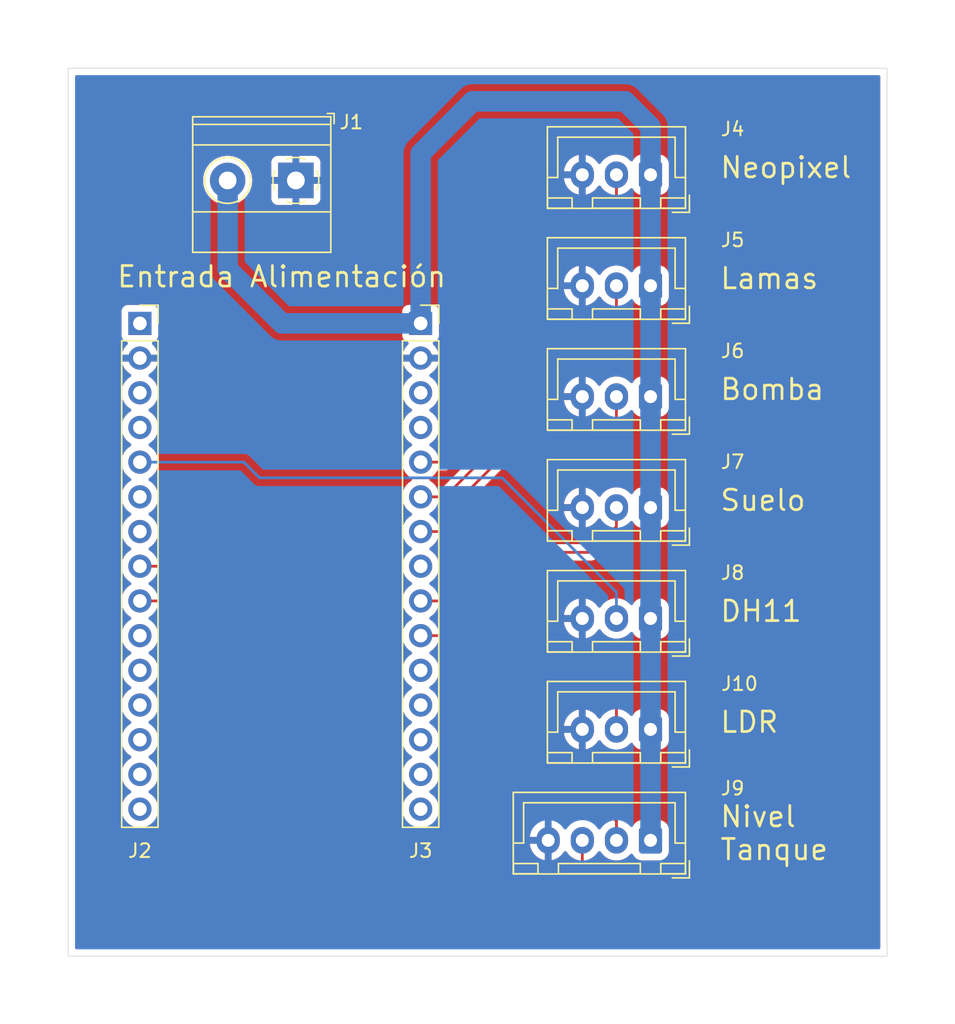
<source format=kicad_pcb>
(kicad_pcb (version 20240108) (generator "pcbnew") (generator_version "8.0")
  (title_block (title "Space Apps 2024") (date "2024-10-05") (rev "V0") (company "Hackerspace Valencia - HCH"))
  (layers (0 "F.Cu" signal) (31 "B.Cu" signal) (34 "B.Paste" user) (35 "F.Paste" user) (36 "B.SilkS" user "B.Silkscreen") (37 "F.SilkS" user "F.Silkscreen") (38 "B.Mask" user) (39 "F.Mask" user) (44 "Edge.Cuts" user))
  (net 0 "")
  (net 1 "+5V")
  (net 2 "GND")
  (net 3 "/D18")
  (net 4 "/D16")
  (net 5 "/D22")
  (net 6 "/D15")
  (net 7 "/D2")
  (net 8 "/TX0")
  (net 9 "/D5")
  (net 10 "+3.3V")
  (net 11 "/D4")
  (net 12 "/D19")
  (net 13 "/RX0")
  (net 14 "/D21")
  (net 15 "/D17")
  (net 16 "/D23")
  (net 17 "/D14")
  (net 18 "/VN")
  (net 19 "/D26")
  (net 20 "/D25")
  (net 21 "/D34")
  (net 22 "/D27")
  (net 23 "/D35")
  (net 24 "/D33")
  (net 25 "/VP")
  (net 26 "/D32")
  (net 27 "/D12")
  (net 28 "/EN")
  (net 29 "/D13")
  (footprint "Connector_JST:JST_XH_B3B-XH-A_1x03_P2.50mm_Vertical" (layer "F.Cu") (at 132.668 88.399 180)
    (property "Reference" "J10" (at -6.524 3.344 180) (layer "F.SilkS"))
    (property "Value" "LDR")
    (fp_line (start 7.56 3.51) (end 7.56 -2.46) (stroke (width 0.12)) (layer "F.SilkS"))
    (fp_line (start 7.56 -2.46) (end -2.56 -2.46) (stroke (width 0.12)) (layer "F.SilkS"))
    (fp_line (start 7.55 -0.2) (end 6.8 -0.2) (stroke (width 0.12)) (layer "F.SilkS"))
    (fp_line (start 7.55 -1.7) (end 7.55 -2.45) (stroke (width 0.12)) (layer "F.SilkS"))
    (fp_line (start 7.55 -2.45) (end 5.75 -2.45) (stroke (width 0.12)) (layer "F.SilkS"))
    (fp_line (start 6.8 2.75) (end 2.5 2.75) (stroke (width 0.12)) (layer "F.SilkS"))
    (fp_line (start 6.8 -0.2) (end 6.8 2.75) (stroke (width 0.12)) (layer "F.SilkS"))
    (fp_line (start 5.75 -1.7) (end 7.55 -1.7) (stroke (width 0.12)) (layer "F.SilkS"))
    (fp_line (start 5.75 -2.45) (end 5.75 -1.7) (stroke (width 0.12)) (layer "F.SilkS"))
    (fp_line (start 4.25 -1.7) (end 4.25 -2.45) (stroke (width 0.12)) (layer "F.SilkS"))
    (fp_line (start 4.25 -2.45) (end 0.75 -2.45) (stroke (width 0.12)) (layer "F.SilkS"))
    (fp_line (start 0.75 -1.7) (end 4.25 -1.7) (stroke (width 0.12)) (layer "F.SilkS"))
    (fp_line (start 0.75 -2.45) (end 0.75 -1.7) (stroke (width 0.12)) (layer "F.SilkS"))
    (fp_line (start -0.75 -1.7) (end -0.75 -2.45) (stroke (width 0.12)) (layer "F.SilkS"))
    (fp_line (start -0.75 -2.45) (end -2.55 -2.45) (stroke (width 0.12)) (layer "F.SilkS"))
    (fp_line (start -1.6 -2.75) (end -2.85 -2.75) (stroke (width 0.12)) (layer "F.SilkS"))
    (fp_line (start -1.8 2.75) (end 2.5 2.75) (stroke (width 0.12)) (layer "F.SilkS"))
    (fp_line (start -1.8 -0.2) (end -1.8 2.75) (stroke (width 0.12)) (layer "F.SilkS"))
    (fp_line (start -2.55 -0.2) (end -1.8 -0.2) (stroke (width 0.12)) (layer "F.SilkS"))
    (fp_line (start -2.55 -1.7) (end -0.75 -1.7) (stroke (width 0.12)) (layer "F.SilkS"))
    (fp_line (start -2.55 -2.45) (end -2.55 -1.7) (stroke (width 0.12)) (layer "F.SilkS"))
    (fp_line (start -2.56 3.51) (end 7.56 3.51) (stroke (width 0.12)) (layer "F.SilkS"))
    (fp_line (start -2.56 -2.46) (end -2.56 3.51) (stroke (width 0.12)) (layer "F.SilkS"))
    (fp_line (start -2.85 -2.75) (end -2.85 -1.5) (stroke (width 0.12)) (layer "F.SilkS"))
    (pad "1" thru_hole roundrect (at 0 0 180) (size 1.7 1.95) (drill 0.95) (layers "*.Cu" "*.Mask") (roundrect_rratio 0.147059) (net 1 "+5V"))
    (pad "2" thru_hole oval (at 2.5 0 180) (size 1.7 1.95) (drill 0.95) (layers "*.Cu" "*.Mask") (net 26 "/D32"))
    (pad "3" thru_hole oval (at 5 0 180) (size 1.7 1.95) (drill 0.95) (layers "*.Cu" "*.Mask") (net 2 "GND"))
  )
  (footprint "Connector_JST:JST_XH_B3B-XH-A_1x03_P2.50mm_Vertical" (layer "F.Cu") (at 132.668 64.036 180)
    (property "Reference" "J6" (at -6.016 3.344 180) (layer "F.SilkS"))
    (property "Value" "Bomba")
    (fp_line (start 7.56 3.51) (end 7.56 -2.46) (stroke (width 0.12)) (layer "F.SilkS"))
    (fp_line (start 7.56 -2.46) (end -2.56 -2.46) (stroke (width 0.12)) (layer "F.SilkS"))
    (fp_line (start 7.55 -0.2) (end 6.8 -0.2) (stroke (width 0.12)) (layer "F.SilkS"))
    (fp_line (start 7.55 -1.7) (end 7.55 -2.45) (stroke (width 0.12)) (layer "F.SilkS"))
    (fp_line (start 7.55 -2.45) (end 5.75 -2.45) (stroke (width 0.12)) (layer "F.SilkS"))
    (fp_line (start 6.8 2.75) (end 2.5 2.75) (stroke (width 0.12)) (layer "F.SilkS"))
    (fp_line (start 6.8 -0.2) (end 6.8 2.75) (stroke (width 0.12)) (layer "F.SilkS"))
    (fp_line (start 5.75 -1.7) (end 7.55 -1.7) (stroke (width 0.12)) (layer "F.SilkS"))
    (fp_line (start 5.75 -2.45) (end 5.75 -1.7) (stroke (width 0.12)) (layer "F.SilkS"))
    (fp_line (start 4.25 -1.7) (end 4.25 -2.45) (stroke (width 0.12)) (layer "F.SilkS"))
    (fp_line (start 4.25 -2.45) (end 0.75 -2.45) (stroke (width 0.12)) (layer "F.SilkS"))
    (fp_line (start 0.75 -1.7) (end 4.25 -1.7) (stroke (width 0.12)) (layer "F.SilkS"))
    (fp_line (start 0.75 -2.45) (end 0.75 -1.7) (stroke (width 0.12)) (layer "F.SilkS"))
    (fp_line (start -0.75 -1.7) (end -0.75 -2.45) (stroke (width 0.12)) (layer "F.SilkS"))
    (fp_line (start -0.75 -2.45) (end -2.55 -2.45) (stroke (width 0.12)) (layer "F.SilkS"))
    (fp_line (start -1.6 -2.75) (end -2.85 -2.75) (stroke (width 0.12)) (layer "F.SilkS"))
    (fp_line (start -1.8 2.75) (end 2.5 2.75) (stroke (width 0.12)) (layer "F.SilkS"))
    (fp_line (start -1.8 -0.2) (end -1.8 2.75) (stroke (width 0.12)) (layer "F.SilkS"))
    (fp_line (start -2.55 -0.2) (end -1.8 -0.2) (stroke (width 0.12)) (layer "F.SilkS"))
    (fp_line (start -2.55 -1.7) (end -0.75 -1.7) (stroke (width 0.12)) (layer "F.SilkS"))
    (fp_line (start -2.55 -2.45) (end -2.55 -1.7) (stroke (width 0.12)) (layer "F.SilkS"))
    (fp_line (start -2.56 3.51) (end 7.56 3.51) (stroke (width 0.12)) (layer "F.SilkS"))
    (fp_line (start -2.56 -2.46) (end -2.56 3.51) (stroke (width 0.12)) (layer "F.SilkS"))
    (fp_line (start -2.85 -2.75) (end -2.85 -1.5) (stroke (width 0.12)) (layer "F.SilkS"))
    (pad "1" thru_hole roundrect (at 0 0 180) (size 1.7 1.95) (drill 0.95) (layers "*.Cu" "*.Mask") (roundrect_rratio 0.147059) (net 1 "+5V"))
    (pad "2" thru_hole oval (at 2.5 0 180) (size 1.7 1.95) (drill 0.95) (layers "*.Cu" "*.Mask") (net 19 "/D26"))
    (pad "3" thru_hole oval (at 5 0 180) (size 1.7 1.95) (drill 0.95) (layers "*.Cu" "*.Mask") (net 2 "GND"))
  )
  (footprint "Connector_JST:JST_XH_B3B-XH-A_1x03_P2.50mm_Vertical" (layer "F.Cu") (at 132.668 72.157 180)
    (property "Reference" "J7" (at -6.016 3.344 180) (layer "F.SilkS"))
    (property "Value" "Suelo")
    (fp_line (start 7.56 3.51) (end 7.56 -2.46) (stroke (width 0.12)) (layer "F.SilkS"))
    (fp_line (start 7.56 -2.46) (end -2.56 -2.46) (stroke (width 0.12)) (layer "F.SilkS"))
    (fp_line (start 7.55 -0.2) (end 6.8 -0.2) (stroke (width 0.12)) (layer "F.SilkS"))
    (fp_line (start 7.55 -1.7) (end 7.55 -2.45) (stroke (width 0.12)) (layer "F.SilkS"))
    (fp_line (start 7.55 -2.45) (end 5.75 -2.45) (stroke (width 0.12)) (layer "F.SilkS"))
    (fp_line (start 6.8 2.75) (end 2.5 2.75) (stroke (width 0.12)) (layer "F.SilkS"))
    (fp_line (start 6.8 -0.2) (end 6.8 2.75) (stroke (width 0.12)) (layer "F.SilkS"))
    (fp_line (start 5.75 -1.7) (end 7.55 -1.7) (stroke (width 0.12)) (layer "F.SilkS"))
    (fp_line (start 5.75 -2.45) (end 5.75 -1.7) (stroke (width 0.12)) (layer "F.SilkS"))
    (fp_line (start 4.25 -1.7) (end 4.25 -2.45) (stroke (width 0.12)) (layer "F.SilkS"))
    (fp_line (start 4.25 -2.45) (end 0.75 -2.45) (stroke (width 0.12)) (layer "F.SilkS"))
    (fp_line (start 0.75 -1.7) (end 4.25 -1.7) (stroke (width 0.12)) (layer "F.SilkS"))
    (fp_line (start 0.75 -2.45) (end 0.75 -1.7) (stroke (width 0.12)) (layer "F.SilkS"))
    (fp_line (start -0.75 -1.7) (end -0.75 -2.45) (stroke (width 0.12)) (layer "F.SilkS"))
    (fp_line (start -0.75 -2.45) (end -2.55 -2.45) (stroke (width 0.12)) (layer "F.SilkS"))
    (fp_line (start -1.6 -2.75) (end -2.85 -2.75) (stroke (width 0.12)) (layer "F.SilkS"))
    (fp_line (start -1.8 2.75) (end 2.5 2.75) (stroke (width 0.12)) (layer "F.SilkS"))
    (fp_line (start -1.8 -0.2) (end -1.8 2.75) (stroke (width 0.12)) (layer "F.SilkS"))
    (fp_line (start -2.55 -0.2) (end -1.8 -0.2) (stroke (width 0.12)) (layer "F.SilkS"))
    (fp_line (start -2.55 -1.7) (end -0.75 -1.7) (stroke (width 0.12)) (layer "F.SilkS"))
    (fp_line (start -2.55 -2.45) (end -2.55 -1.7) (stroke (width 0.12)) (layer "F.SilkS"))
    (fp_line (start -2.56 3.51) (end 7.56 3.51) (stroke (width 0.12)) (layer "F.SilkS"))
    (fp_line (start -2.56 -2.46) (end -2.56 3.51) (stroke (width 0.12)) (layer "F.SilkS"))
    (fp_line (start -2.85 -2.75) (end -2.85 -1.5) (stroke (width 0.12)) (layer "F.SilkS"))
    (pad "1" thru_hole roundrect (at 0 0 180) (size 1.7 1.95) (drill 0.95) (layers "*.Cu" "*.Mask") (roundrect_rratio 0.147059) (net 1 "+5V"))
    (pad "2" thru_hole oval (at 2.5 0 180) (size 1.7 1.95) (drill 0.95) (layers "*.Cu" "*.Mask") (net 24 "/D33"))
    (pad "3" thru_hole oval (at 5 0 180) (size 1.7 1.95) (drill 0.95) (layers "*.Cu" "*.Mask") (net 2 "GND"))
  )
  (footprint "Connector_JST:JST_XH_B4B-XH-A_1x04_P2.50mm_Vertical" (layer "F.Cu") (at 132.668 96.52 180)
    (property "Reference" "J9" (at -6.016 3.81 180) (layer "F.SilkS"))
    (property "Value" "Bomba")
    (fp_line (start 10.06 3.51) (end 10.06 -2.46) (stroke (width 0.12)) (layer "F.SilkS"))
    (fp_line (start 10.06 -2.46) (end -2.56 -2.46) (stroke (width 0.12)) (layer "F.SilkS"))
    (fp_line (start 10.05 -0.2) (end 9.3 -0.2) (stroke (width 0.12)) (layer "F.SilkS"))
    (fp_line (start 10.05 -1.7) (end 10.05 -2.45) (stroke (width 0.12)) (layer "F.SilkS"))
    (fp_line (start 10.05 -2.45) (end 8.25 -2.45) (stroke (width 0.12)) (layer "F.SilkS"))
    (fp_line (start 9.3 2.75) (end 3.75 2.75) (stroke (width 0.12)) (layer "F.SilkS"))
    (fp_line (start 9.3 -0.2) (end 9.3 2.75) (stroke (width 0.12)) (layer "F.SilkS"))
    (fp_line (start 8.25 -1.7) (end 10.05 -1.7) (stroke (width 0.12)) (layer "F.SilkS"))
    (fp_line (start 8.25 -2.45) (end 8.25 -1.7) (stroke (width 0.12)) (layer "F.SilkS"))
    (fp_line (start 6.75 -1.7) (end 6.75 -2.45) (stroke (width 0.12)) (layer "F.SilkS"))
    (fp_line (start 6.75 -2.45) (end 0.75 -2.45) (stroke (width 0.12)) (layer "F.SilkS"))
    (fp_line (start 0.75 -1.7) (end 6.75 -1.7) (stroke (width 0.12)) (layer "F.SilkS"))
    (fp_line (start 0.75 -2.45) (end 0.75 -1.7) (stroke (width 0.12)) (layer "F.SilkS"))
    (fp_line (start -0.75 -1.7) (end -0.75 -2.45) (stroke (width 0.12)) (layer "F.SilkS"))
    (fp_line (start -0.75 -2.45) (end -2.55 -2.45) (stroke (width 0.12)) (layer "F.SilkS"))
    (fp_line (start -1.6 -2.75) (end -2.85 -2.75) (stroke (width 0.12)) (layer "F.SilkS"))
    (fp_line (start -1.8 2.75) (end 3.75 2.75) (stroke (width 0.12)) (layer "F.SilkS"))
    (fp_line (start -1.8 -0.2) (end -1.8 2.75) (stroke (width 0.12)) (layer "F.SilkS"))
    (fp_line (start -2.55 -0.2) (end -1.8 -0.2) (stroke (width 0.12)) (layer "F.SilkS"))
    (fp_line (start -2.55 -1.7) (end -0.75 -1.7) (stroke (width 0.12)) (layer "F.SilkS"))
    (fp_line (start -2.55 -2.45) (end -2.55 -1.7) (stroke (width 0.12)) (layer "F.SilkS"))
    (fp_line (start -2.56 3.51) (end 10.06 3.51) (stroke (width 0.12)) (layer "F.SilkS"))
    (fp_line (start -2.56 -2.46) (end -2.56 3.51) (stroke (width 0.12)) (layer "F.SilkS"))
    (fp_line (start -2.85 -2.75) (end -2.85 -1.5) (stroke (width 0.12)) (layer "F.SilkS"))
    (pad "1" thru_hole roundrect (at 0 0 180) (size 1.7 1.95) (drill 0.95) (layers "*.Cu" "*.Mask") (roundrect_rratio 0.147059) (net 1 "+5V"))
    (pad "2" thru_hole oval (at 2.5 0 180) (size 1.7 1.95) (drill 0.95) (layers "*.Cu" "*.Mask") (net 9 "/D5"))
    (pad "3" thru_hole oval (at 5 0 180) (size 1.7 1.95) (drill 0.95) (layers "*.Cu" "*.Mask") (net 3 "/D18"))
    (pad "4" thru_hole oval (at 7.5 0 180) (size 1.7 1.95) (drill 0.95) (layers "*.Cu" "*.Mask") (net 2 "GND"))
  )
  (footprint "Connector_JST:JST_XH_B3B-XH-A_1x03_P2.50mm_Vertical" (layer "F.Cu") (at 132.668 47.794 180)
    (property "Reference" "J4" (at -6.016 3.344 180) (layer "F.SilkS"))
    (property "Value" "Neopixel")
    (fp_line (start 7.56 3.51) (end 7.56 -2.46) (stroke (width 0.12)) (layer "F.SilkS"))
    (fp_line (start 7.56 -2.46) (end -2.56 -2.46) (stroke (width 0.12)) (layer "F.SilkS"))
    (fp_line (start 7.55 -0.2) (end 6.8 -0.2) (stroke (width 0.12)) (layer "F.SilkS"))
    (fp_line (start 7.55 -1.7) (end 7.55 -2.45) (stroke (width 0.12)) (layer "F.SilkS"))
    (fp_line (start 7.55 -2.45) (end 5.75 -2.45) (stroke (width 0.12)) (layer "F.SilkS"))
    (fp_line (start 6.8 2.75) (end 2.5 2.75) (stroke (width 0.12)) (layer "F.SilkS"))
    (fp_line (start 6.8 -0.2) (end 6.8 2.75) (stroke (width 0.12)) (layer "F.SilkS"))
    (fp_line (start 5.75 -1.7) (end 7.55 -1.7) (stroke (width 0.12)) (layer "F.SilkS"))
    (fp_line (start 5.75 -2.45) (end 5.75 -1.7) (stroke (width 0.12)) (layer "F.SilkS"))
    (fp_line (start 4.25 -1.7) (end 4.25 -2.45) (stroke (width 0.12)) (layer "F.SilkS"))
    (fp_line (start 4.25 -2.45) (end 0.75 -2.45) (stroke (width 0.12)) (layer "F.SilkS"))
    (fp_line (start 0.75 -1.7) (end 4.25 -1.7) (stroke (width 0.12)) (layer "F.SilkS"))
    (fp_line (start 0.75 -2.45) (end 0.75 -1.7) (stroke (width 0.12)) (layer "F.SilkS"))
    (fp_line (start -0.75 -1.7) (end -0.75 -2.45) (stroke (width 0.12)) (layer "F.SilkS"))
    (fp_line (start -0.75 -2.45) (end -2.55 -2.45) (stroke (width 0.12)) (layer "F.SilkS"))
    (fp_line (start -1.6 -2.75) (end -2.85 -2.75) (stroke (width 0.12)) (layer "F.SilkS"))
    (fp_line (start -1.8 2.75) (end 2.5 2.75) (stroke (width 0.12)) (layer "F.SilkS"))
    (fp_line (start -1.8 -0.2) (end -1.8 2.75) (stroke (width 0.12)) (layer "F.SilkS"))
    (fp_line (start -2.55 -0.2) (end -1.8 -0.2) (stroke (width 0.12)) (layer "F.SilkS"))
    (fp_line (start -2.55 -1.7) (end -0.75 -1.7) (stroke (width 0.12)) (layer "F.SilkS"))
    (fp_line (start -2.55 -2.45) (end -2.55 -1.7) (stroke (width 0.12)) (layer "F.SilkS"))
    (fp_line (start -2.56 3.51) (end 7.56 3.51) (stroke (width 0.12)) (layer "F.SilkS"))
    (fp_line (start -2.56 -2.46) (end -2.56 3.51) (stroke (width 0.12)) (layer "F.SilkS"))
    (fp_line (start -2.85 -2.75) (end -2.85 -1.5) (stroke (width 0.12)) (layer "F.SilkS"))
    (pad "1" thru_hole roundrect (at 0 0 180) (size 1.7 1.95) (drill 0.95) (layers "*.Cu" "*.Mask") (roundrect_rratio 0.147059) (net 1 "+5V"))
    (pad "2" thru_hole oval (at 2.5 0 180) (size 1.7 1.95) (drill 0.95) (layers "*.Cu" "*.Mask") (net 17 "/D14"))
    (pad "3" thru_hole oval (at 5 0 180) (size 1.7 1.95) (drill 0.95) (layers "*.Cu" "*.Mask") (net 2 "GND"))
  )
  (footprint "Connector_PinSocket_2.54mm:PinSocket_1x15_P2.54mm_Vertical" (layer "F.Cu") (at 115.824 58.674)
    (property "Reference" "J3" (at 0 38.608 0) (layer "F.SilkS"))
    (property "Value" "ESP32_DER")
    (fp_line (start -1.33 1.27) (end -1.33 36.89) (stroke (width 0.12)) (layer "F.SilkS"))
    (fp_line (start -1.33 1.27) (end 1.33 1.27) (stroke (width 0.12)) (layer "F.SilkS"))
    (fp_line (start -1.33 36.89) (end 1.33 36.89) (stroke (width 0.12)) (layer "F.SilkS"))
    (fp_line (start 0 -1.33) (end 1.33 -1.33) (stroke (width 0.12)) (layer "F.SilkS"))
    (fp_line (start 1.33 -1.33) (end 1.33 0) (stroke (width 0.12)) (layer "F.SilkS"))
    (fp_line (start 1.33 1.27) (end 1.33 36.89) (stroke (width 0.12)) (layer "F.SilkS"))
    (pad "1" thru_hole rect (at 0 0) (size 1.7 1.7) (drill 1) (layers "*.Cu" "*.Mask") (net 1 "+5V"))
    (pad "2" thru_hole oval (at 0 2.54) (size 1.7 1.7) (drill 1) (layers "*.Cu" "*.Mask") (net 2 "GND"))
    (pad "3" thru_hole oval (at 0 5.08) (size 1.7 1.7) (drill 1) (layers "*.Cu" "*.Mask") (net 29 "/D13"))
    (pad "4" thru_hole oval (at 0 7.62) (size 1.7 1.7) (drill 1) (layers "*.Cu" "*.Mask") (net 27 "/D12"))
    (pad "5" thru_hole oval (at 0 10.16) (size 1.7 1.7) (drill 1) (layers "*.Cu" "*.Mask") (net 17 "/D14"))
    (pad "6" thru_hole oval (at 0 12.7) (size 1.7 1.7) (drill 1) (layers "*.Cu" "*.Mask") (net 22 "/D27"))
    (pad "7" thru_hole oval (at 0 15.24) (size 1.7 1.7) (drill 1) (layers "*.Cu" "*.Mask") (net 19 "/D26"))
    (pad "8" thru_hole oval (at 0 17.78) (size 1.7 1.7) (drill 1) (layers "*.Cu" "*.Mask") (net 20 "/D25"))
    (pad "9" thru_hole oval (at 0 20.32) (size 1.7 1.7) (drill 1) (layers "*.Cu" "*.Mask") (net 24 "/D33"))
    (pad "10" thru_hole oval (at 0 22.86) (size 1.7 1.7) (drill 1) (layers "*.Cu" "*.Mask") (net 26 "/D32"))
    (pad "11" thru_hole oval (at 0 25.4) (size 1.7 1.7) (drill 1) (layers "*.Cu" "*.Mask") (net 23 "/D35"))
    (pad "12" thru_hole oval (at 0 27.94) (size 1.7 1.7) (drill 1) (layers "*.Cu" "*.Mask") (net 21 "/D34"))
    (pad "13" thru_hole oval (at 0 30.48) (size 1.7 1.7) (drill 1) (layers "*.Cu" "*.Mask") (net 18 "/VN"))
    (pad "14" thru_hole oval (at 0 33.02) (size 1.7 1.7) (drill 1) (layers "*.Cu" "*.Mask") (net 25 "/VP"))
    (pad "15" thru_hole oval (at 0 35.56) (size 1.7 1.7) (drill 1) (layers "*.Cu" "*.Mask") (net 28 "/EN"))
  )
  (footprint "Connector_JST:JST_XH_B3B-XH-A_1x03_P2.50mm_Vertical" (layer "F.Cu") (at 132.668 55.915 180)
    (property "Reference" "J5" (at -6.016 3.344 180) (layer "F.SilkS"))
    (property "Value" "Lamas")
    (fp_line (start 7.56 3.51) (end 7.56 -2.46) (stroke (width 0.12)) (layer "F.SilkS"))
    (fp_line (start 7.56 -2.46) (end -2.56 -2.46) (stroke (width 0.12)) (layer "F.SilkS"))
    (fp_line (start 7.55 -0.2) (end 6.8 -0.2) (stroke (width 0.12)) (layer "F.SilkS"))
    (fp_line (start 7.55 -1.7) (end 7.55 -2.45) (stroke (width 0.12)) (layer "F.SilkS"))
    (fp_line (start 7.55 -2.45) (end 5.75 -2.45) (stroke (width 0.12)) (layer "F.SilkS"))
    (fp_line (start 6.8 2.75) (end 2.5 2.75) (stroke (width 0.12)) (layer "F.SilkS"))
    (fp_line (start 6.8 -0.2) (end 6.8 2.75) (stroke (width 0.12)) (layer "F.SilkS"))
    (fp_line (start 5.75 -1.7) (end 7.55 -1.7) (stroke (width 0.12)) (layer "F.SilkS"))
    (fp_line (start 5.75 -2.45) (end 5.75 -1.7) (stroke (width 0.12)) (layer "F.SilkS"))
    (fp_line (start 4.25 -1.7) (end 4.25 -2.45) (stroke (width 0.12)) (layer "F.SilkS"))
    (fp_line (start 4.25 -2.45) (end 0.75 -2.45) (stroke (width 0.12)) (layer "F.SilkS"))
    (fp_line (start 0.75 -1.7) (end 4.25 -1.7) (stroke (width 0.12)) (layer "F.SilkS"))
    (fp_line (start 0.75 -2.45) (end 0.75 -1.7) (stroke (width 0.12)) (layer "F.SilkS"))
    (fp_line (start -0.75 -1.7) (end -0.75 -2.45) (stroke (width 0.12)) (layer "F.SilkS"))
    (fp_line (start -0.75 -2.45) (end -2.55 -2.45) (stroke (width 0.12)) (layer "F.SilkS"))
    (fp_line (start -1.6 -2.75) (end -2.85 -2.75) (stroke (width 0.12)) (layer "F.SilkS"))
    (fp_line (start -1.8 2.75) (end 2.5 2.75) (stroke (width 0.12)) (layer "F.SilkS"))
    (fp_line (start -1.8 -0.2) (end -1.8 2.75) (stroke (width 0.12)) (layer "F.SilkS"))
    (fp_line (start -2.55 -0.2) (end -1.8 -0.2) (stroke (width 0.12)) (layer "F.SilkS"))
    (fp_line (start -2.55 -1.7) (end -0.75 -1.7) (stroke (width 0.12)) (layer "F.SilkS"))
    (fp_line (start -2.55 -2.45) (end -2.55 -1.7) (stroke (width 0.12)) (layer "F.SilkS"))
    (fp_line (start -2.56 3.51) (end 7.56 3.51) (stroke (width 0.12)) (layer "F.SilkS"))
    (fp_line (start -2.56 -2.46) (end -2.56 3.51) (stroke (width 0.12)) (layer "F.SilkS"))
    (fp_line (start -2.85 -2.75) (end -2.85 -1.5) (stroke (width 0.12)) (layer "F.SilkS"))
    (pad "1" thru_hole roundrect (at 0 0 180) (size 1.7 1.95) (drill 0.95) (layers "*.Cu" "*.Mask") (roundrect_rratio 0.147059) (net 1 "+5V"))
    (pad "2" thru_hole oval (at 2.5 0 180) (size 1.7 1.95) (drill 0.95) (layers "*.Cu" "*.Mask") (net 22 "/D27"))
    (pad "3" thru_hole oval (at 5 0 180) (size 1.7 1.95) (drill 0.95) (layers "*.Cu" "*.Mask") (net 2 "GND"))
  )
  (footprint "Connector_JST:JST_XH_B3B-XH-A_1x03_P2.50mm_Vertical" (layer "F.Cu") (at 132.668 80.278 180)
    (property "Reference" "J8" (at -6.016 3.344 180) (layer "F.SilkS"))
    (property "Value" "DH11")
    (fp_line (start 7.56 3.51) (end 7.56 -2.46) (stroke (width 0.12)) (layer "F.SilkS"))
    (fp_line (start 7.56 -2.46) (end -2.56 -2.46) (stroke (width 0.12)) (layer "F.SilkS"))
    (fp_line (start 7.55 -0.2) (end 6.8 -0.2) (stroke (width 0.12)) (layer "F.SilkS"))
    (fp_line (start 7.55 -1.7) (end 7.55 -2.45) (stroke (width 0.12)) (layer "F.SilkS"))
    (fp_line (start 7.55 -2.45) (end 5.75 -2.45) (stroke (width 0.12)) (layer "F.SilkS"))
    (fp_line (start 6.8 2.75) (end 2.5 2.75) (stroke (width 0.12)) (layer "F.SilkS"))
    (fp_line (start 6.8 -0.2) (end 6.8 2.75) (stroke (width 0.12)) (layer "F.SilkS"))
    (fp_line (start 5.75 -1.7) (end 7.55 -1.7) (stroke (width 0.12)) (layer "F.SilkS"))
    (fp_line (start 5.75 -2.45) (end 5.75 -1.7) (stroke (width 0.12)) (layer "F.SilkS"))
    (fp_line (start 4.25 -1.7) (end 4.25 -2.45) (stroke (width 0.12)) (layer "F.SilkS"))
    (fp_line (start 4.25 -2.45) (end 0.75 -2.45) (stroke (width 0.12)) (layer "F.SilkS"))
    (fp_line (start 0.75 -1.7) (end 4.25 -1.7) (stroke (width 0.12)) (layer "F.SilkS"))
    (fp_line (start 0.75 -2.45) (end 0.75 -1.7) (stroke (width 0.12)) (layer "F.SilkS"))
    (fp_line (start -0.75 -1.7) (end -0.75 -2.45) (stroke (width 0.12)) (layer "F.SilkS"))
    (fp_line (start -0.75 -2.45) (end -2.55 -2.45) (stroke (width 0.12)) (layer "F.SilkS"))
    (fp_line (start -1.6 -2.75) (end -2.85 -2.75) (stroke (width 0.12)) (layer "F.SilkS"))
    (fp_line (start -1.8 2.75) (end 2.5 2.75) (stroke (width 0.12)) (layer "F.SilkS"))
    (fp_line (start -1.8 -0.2) (end -1.8 2.75) (stroke (width 0.12)) (layer "F.SilkS"))
    (fp_line (start -2.55 -0.2) (end -1.8 -0.2) (stroke (width 0.12)) (layer "F.SilkS"))
    (fp_line (start -2.55 -1.7) (end -0.75 -1.7) (stroke (width 0.12)) (layer "F.SilkS"))
    (fp_line (start -2.55 -2.45) (end -2.55 -1.7) (stroke (width 0.12)) (layer "F.SilkS"))
    (fp_line (start -2.56 3.51) (end 7.56 3.51) (stroke (width 0.12)) (layer "F.SilkS"))
    (fp_line (start -2.56 -2.46) (end -2.56 3.51) (stroke (width 0.12)) (layer "F.SilkS"))
    (fp_line (start -2.85 -2.75) (end -2.85 -1.5) (stroke (width 0.12)) (layer "F.SilkS"))
    (pad "1" thru_hole roundrect (at 0 0 180) (size 1.7 1.95) (drill 0.95) (layers "*.Cu" "*.Mask") (roundrect_rratio 0.147059) (net 1 "+5V"))
    (pad "2" thru_hole oval (at 2.5 0 180) (size 1.7 1.95) (drill 0.95) (layers "*.Cu" "*.Mask") (net 11 "/D4"))
    (pad "3" thru_hole oval (at 5 0 180) (size 1.7 1.95) (drill 0.95) (layers "*.Cu" "*.Mask") (net 2 "GND"))
  )
  (footprint "TerminalBlock_Phoenix:TerminalBlock_Phoenix_MKDS-1,5-2_1x02_P5.00mm_Horizontal" (layer "F.Cu") (at 106.68 48.209 180)
    (property "Reference" "J1" (at -4.064 4.267 180) (layer "F.SilkS"))
    (property "Value" "Entrada Alimentación")
    (fp_line (start 7.56 -5.261) (end 7.56 4.66) (stroke (width 0.12)) (layer "F.SilkS"))
    (fp_line (start 6.275 -1.069) (end 6.228 -1.023) (stroke (width 0.12)) (layer "F.SilkS"))
    (fp_line (start 6.07 -1.275) (end 6.035 -1.239) (stroke (width 0.12)) (layer "F.SilkS"))
    (fp_line (start 3.966 1.239) (end 3.931 1.274) (stroke (width 0.12)) (layer "F.SilkS"))
    (fp_line (start 3.773 1.023) (end 3.726 1.069) (stroke (width 0.12)) (layer "F.SilkS"))
    (fp_line (start -2.56 4.66) (end 7.56 4.66) (stroke (width 0.12)) (layer "F.SilkS"))
    (fp_line (start -2.56 4.1) (end 7.56 4.1) (stroke (width 0.12)) (layer "F.SilkS"))
    (fp_line (start -2.56 2.6) (end 7.56 2.6) (stroke (width 0.12)) (layer "F.SilkS"))
    (fp_line (start -2.56 -2.301) (end 7.56 -2.301) (stroke (width 0.12)) (layer "F.SilkS"))
    (fp_line (start -2.56 -5.261) (end 7.56 -5.261) (stroke (width 0.12)) (layer "F.SilkS"))
    (fp_line (start -2.56 -5.261) (end -2.56 4.66) (stroke (width 0.12)) (layer "F.SilkS"))
    (fp_line (start -2.8 4.9) (end -2.3 4.9) (stroke (width 0.12)) (layer "F.SilkS"))
    (fp_line (start -2.8 4.16) (end -2.8 4.9) (stroke (width 0.12)) (layer "F.SilkS"))
    (fp_arc (start 1.535427 -0.683042) (mid 1.680501 0.000524) (end 1.535 0.684) (stroke (width 0.12)) (layer "F.SilkS"))
    (fp_arc (start 0.683318 1.534756) (mid 0.349292 1.643288) (end 0 1.68) (stroke (width 0.12)) (layer "F.SilkS"))
    (fp_arc (start 0.028805 1.680253) (mid -0.335551 1.646659) (end -0.684 1.535) (stroke (width 0.12)) (layer "F.SilkS"))
    (fp_arc (start -0.683042 -1.535427) (mid 0.000524 -1.680501) (end 0.684 -1.535) (stroke (width 0.12)) (layer "F.SilkS"))
    (fp_arc (start -1.535427 0.683042) (mid -1.680501 -0.000524) (end -1.535 -0.684) (stroke (width 0.12)) (layer "F.SilkS"))
    (fp_circle (center 5 0) (end 6.68 0) (stroke (width 0.12)) (fill none) (layer "F.SilkS"))
    (pad "1" thru_hole rect (at 0 0 180) (size 2.6 2.6) (drill 1.3) (layers "*.Cu" "*.Mask") (net 2 "GND"))
    (pad "2" thru_hole circle (at 5 0 180) (size 2.6 2.6) (drill 1.3) (layers "*.Cu" "*.Mask") (net 1 "+5V"))
  )
  (footprint "Connector_PinSocket_2.54mm:PinSocket_1x15_P2.54mm_Vertical" (layer "F.Cu") (at 95.25 58.674)
    (property "Reference" "J2" (at 0 38.608 0) (layer "F.SilkS"))
    (property "Value" "ESP32_IZQ")
    (fp_line (start -1.33 1.27) (end -1.33 36.89) (stroke (width 0.12)) (layer "F.SilkS"))
    (fp_line (start -1.33 1.27) (end 1.33 1.27) (stroke (width 0.12)) (layer "F.SilkS"))
    (fp_line (start -1.33 36.89) (end 1.33 36.89) (stroke (width 0.12)) (layer "F.SilkS"))
    (fp_line (start 0 -1.33) (end 1.33 -1.33) (stroke (width 0.12)) (layer "F.SilkS"))
    (fp_line (start 1.33 -1.33) (end 1.33 0) (stroke (width 0.12)) (layer "F.SilkS"))
    (fp_line (start 1.33 1.27) (end 1.33 36.89) (stroke (width 0.12)) (layer "F.SilkS"))
    (pad "1" thru_hole rect (at 0 0) (size 1.7 1.7) (drill 1) (layers "*.Cu" "*.Mask") (net 10 "+3.3V"))
    (pad "2" thru_hole oval (at 0 2.54) (size 1.7 1.7) (drill 1) (layers "*.Cu" "*.Mask") (net 2 "GND"))
    (pad "3" thru_hole oval (at 0 5.08) (size 1.7 1.7) (drill 1) (layers "*.Cu" "*.Mask") (net 6 "/D15"))
    (pad "4" thru_hole oval (at 0 7.62) (size 1.7 1.7) (drill 1) (layers "*.Cu" "*.Mask") (net 7 "/D2"))
    (pad "5" thru_hole oval (at 0 10.16) (size 1.7 1.7) (drill 1) (layers "*.Cu" "*.Mask") (net 11 "/D4"))
    (pad "6" thru_hole oval (at 0 12.7) (size 1.7 1.7) (drill 1) (layers "*.Cu" "*.Mask") (net 4 "/D16"))
    (pad "7" thru_hole oval (at 0 15.24) (size 1.7 1.7) (drill 1) (layers "*.Cu" "*.Mask") (net 15 "/D17"))
    (pad "8" thru_hole oval (at 0 17.78) (size 1.7 1.7) (drill 1) (layers "*.Cu" "*.Mask") (net 9 "/D5"))
    (pad "9" thru_hole oval (at 0 20.32) (size 1.7 1.7) (drill 1) (layers "*.Cu" "*.Mask") (net 3 "/D18"))
    (pad "10" thru_hole oval (at 0 22.86) (size 1.7 1.7) (drill 1) (layers "*.Cu" "*.Mask") (net 12 "/D19"))
    (pad "11" thru_hole oval (at 0 25.4) (size 1.7 1.7) (drill 1) (layers "*.Cu" "*.Mask") (net 14 "/D21"))
    (pad "12" thru_hole oval (at 0 27.94) (size 1.7 1.7) (drill 1) (layers "*.Cu" "*.Mask") (net 13 "/RX0"))
    (pad "13" thru_hole oval (at 0 30.48) (size 1.7 1.7) (drill 1) (layers "*.Cu" "*.Mask") (net 8 "/TX0"))
    (pad "14" thru_hole oval (at 0 33.02) (size 1.7 1.7) (drill 1) (layers "*.Cu" "*.Mask") (net 5 "/D22"))
    (pad "15" thru_hole oval (at 0 35.56) (size 1.7 1.7) (drill 1) (layers "*.Cu" "*.Mask") (net 16 "/D23"))
  )
  (gr_rect (start 90 40) (end 150 105) (stroke (width 0.05)) (fill none) (layer "Edge.Cuts"))
  (gr_text "Suelo" (at 137.668 72.5035 0) (layer "F.SilkS") (effects (font (size 1.5 1.5) (thickness 0.2)) (justify left bottom)))
  (gr_text "Bomba" (at 137.668 64.3825 0) (layer "F.SilkS") (effects (font (size 1.5 1.5) (thickness 0.2)) (justify left bottom)))
  (gr_text "Nivel\nTanque" (at 137.668 98.073958 0) (layer "F.SilkS") (effects (font (size 1.5 1.5) (thickness 0.2)) (justify left bottom)))
  (gr_text "Lamas" (at 137.668 56.2615 0) (layer "F.SilkS") (effects (font (size 1.5 1.5) (thickness 0.2)) (justify left bottom)))
  (gr_text "Neopixel" (at 137.668 48.1405 0) (layer "F.SilkS") (effects (font (size 1.5 1.5) (thickness 0.2)) (justify left bottom)))
  (gr_text "Entrada Alimentación" (at 93.472 56.134 0) (layer "F.SilkS") (effects (font (size 1.5 1.5) (thickness 0.2) (bold yes)) (justify left bottom)))
  (gr_text "LDR" (at 137.668 88.7455 0) (layer "F.SilkS") (effects (font (size 1.5 1.5) (thickness 0.2)) (justify left bottom)))
  (gr_text "DH11" (at 137.668 80.6245 0) (layer "F.SilkS") (effects (font (size 1.5 1.5) (thickness 0.2)) (justify left bottom)))
  (segment (start 105.664 58.674) (end 115.824 58.674) (width 1.5) (layer "B.Cu") (net 1))
  (segment (start 132.668 88.399) (end 132.668 96.52) (width 1.5) (layer "B.Cu") (net 1))
  (segment (start 132.668 55.915) (end 132.668 64.036) (width 1.5) (layer "B.Cu") (net 1))
  (segment (start 132.668 72.157) (end 132.668 80.278) (width 1.5) (layer "B.Cu") (net 1))
  (segment (start 115.824 46.228) (end 119.634 42.418) (width 1.5) (layer "B.Cu") (net 1))
  (segment (start 115.824 46.228) (end 115.824 58.674) (width 1.5) (layer "B.Cu") (net 1))
  (segment (start 132.668 47.794) (end 132.668 55.915) (width 1.5) (layer "B.Cu") (net 1))
  (segment (start 101.68 48.209) (end 101.68 54.69) (width 1.5) (layer "B.Cu") (net 1))
  (segment (start 132.668 64.036) (end 132.668 72.157) (width 1.5) (layer "B.Cu") (net 1))
  (segment (start 130.81 42.418) (end 132.668 44.276) (width 1.5) (layer "B.Cu") (net 1))
  (segment (start 101.68 54.69) (end 105.664 58.674) (width 1.5) (layer "B.Cu") (net 1))
  (segment (start 132.668 44.276) (end 132.668 47.794) (width 1.5) (layer "B.Cu") (net 1))
  (segment (start 119.634 42.418) (end 130.81 42.418) (width 1.5) (layer "B.Cu") (net 1))
  (segment (start 132.668 80.278) (end 132.668 88.399) (width 1.5) (layer "B.Cu") (net 1))
  (segment (start 127.668 99.154) (end 127.668 96.52) (width 0.2) (layer "F.Cu") (net 3))
  (segment (start 99.06 87.63) (end 111.252 99.822) (width 0.2) (layer "F.Cu") (net 3))
  (segment (start 99.06 81.28) (end 99.06 87.63) (width 0.2) (layer "F.Cu") (net 3))
  (segment (start 95.25 78.994) (end 96.774 78.994) (width 0.2) (layer "F.Cu") (net 3))
  (segment (start 111.252 99.822) (end 127 99.822) (width 0.2) (layer "F.Cu") (net 3))
  (segment (start 127 99.822) (end 127.668 99.154) (width 0.2) (layer "F.Cu") (net 3))
  (segment (start 96.774 78.994) (end 99.06 81.28) (width 0.2) (layer "F.Cu") (net 3))
  (segment (start 130.168 96.52) (end 130.168 95.116) (width 0.2) (layer "F.Cu") (net 9))
  (segment (start 121.412 97.282) (end 112.268 97.282) (width 0.2) (layer "F.Cu") (net 9))
  (segment (start 101.854 80.518) (end 97.79 76.454) (width 0.2) (layer "F.Cu") (net 9))
  (segment (start 112.268 97.282) (end 101.854 86.868) (width 0.2) (layer "F.Cu") (net 9))
  (segment (start 101.854 86.868) (end 101.854 80.518) (width 0.2) (layer "F.Cu") (net 9))
  (segment (start 124.46 94.234) (end 121.412 97.282) (width 0.2) (layer "F.Cu") (net 9))
  (segment (start 130.168 95.116) (end 129.286 94.234) (width 0.2) (layer "F.Cu") (net 9))
  (segment (start 129.286 94.234) (end 124.46 94.234) (width 0.2) (layer "F.Cu") (net 9))
  (segment (start 97.79 76.454) (end 95.25 76.454) (width 0.2) (layer "F.Cu") (net 9))
  (segment (start 130.168 78.352) (end 121.8 69.984) (width 0.2) (layer "B.Cu") (net 11))
  (segment (start 102.87 68.834) (end 95.25 68.834) (width 0.2) (layer "B.Cu") (net 11))
  (segment (start 121.8 69.984) (end 104.02 69.984) (width 0.2) (layer "B.Cu") (net 11))
  (segment (start 104.02 69.984) (end 102.87 68.834) (width 0.2) (layer "B.Cu") (net 11))
  (segment (start 130.168 80.278) (end 130.168 78.352) (width 0.2) (layer "B.Cu") (net 11))
  (segment (start 125.73 60.706) (end 125.73 54.356) (width 0.2) (layer "F.Cu") (net 17))
  (segment (start 130.168 49.918) (end 130.168 47.794) (width 0.2) (layer "F.Cu") (net 17))
  (segment (start 117.602 68.834) (end 125.73 60.706) (width 0.2) (layer "F.Cu") (net 17))
  (segment (start 125.73 54.356) (end 130.168 49.918) (width 0.2) (layer "F.Cu") (net 17))
  (segment (start 115.824 68.834) (end 117.602 68.834) (width 0.2) (layer "F.Cu") (net 17))
  (segment (start 122.936 67.31) (end 117.856 72.39) (width 0.2) (layer "F.Cu") (net 19))
  (segment (start 130.168 65.92) (end 128.778 67.31) (width 0.2) (layer "F.Cu") (net 19))
  (segment (start 117.348 73.914) (end 115.824 73.914) (width 0.2) (layer "F.Cu") (net 19))
  (segment (start 128.778 67.31) (end 122.936 67.31) (width 0.2) (layer "F.Cu") (net 19))
  (segment (start 117.856 73.406) (end 117.348 73.914) (width 0.2) (layer "F.Cu") (net 19))
  (segment (start 117.856 72.39) (end 117.856 73.406) (width 0.2) (layer "F.Cu") (net 19))
  (segment (start 130.168 64.036) (end 130.168 65.92) (width 0.2) (layer "F.Cu") (net 19))
  (segment (start 115.824 71.374) (end 117.602 71.374) (width 0.2) (layer "F.Cu") (net 22))
  (segment (start 130.168 58.808) (end 130.168 55.915) (width 0.2) (layer "F.Cu") (net 22))
  (segment (start 117.602 71.374) (end 130.168 58.808) (width 0.2) (layer "F.Cu") (net 22))
  (segment (start 118.364 78.994) (end 115.824 78.994) (width 0.2) (layer "F.Cu") (net 24))
  (segment (start 121.92 75.438) (end 118.364 78.994) (width 0.2) (layer "F.Cu") (net 24))
  (segment (start 130.168 73.54) (end 128.27 75.438) (width 0.2) (layer "F.Cu") (net 24))
  (segment (start 130.168 72.157) (end 130.168 73.54) (width 0.2) (layer "F.Cu") (net 24))
  (segment (start 128.27 75.438) (end 121.92 75.438) (width 0.2) (layer "F.Cu") (net 24))
  (segment (start 130.168 85.972) (end 125.73 81.534) (width 0.2) (layer "F.Cu") (net 26))
  (segment (start 130.168 88.399) (end 130.168 85.972) (width 0.2) (layer "F.Cu") (net 26))
  (segment (start 125.73 81.534) (end 115.824 81.534) (width 0.2) (layer "F.Cu") (net 26))
  (zone (net 2) (net_name "GND") (layer "F.Cu") (connect_pads (clearance 0.5)) (min_thickness 0.25) (fill yes (thermal_gap 0.5) (thermal_bridge_width 0.5))
    (polygon (pts (xy 85 35) (xy 155 35) (xy 155 110) (xy 85 110)))
  )
  (zone (net 2) (net_name "GND") (layer "B.Cu") (connect_pads (clearance 0.5)) (min_thickness 0.25) (fill yes (thermal_gap 0.5) (thermal_bridge_width 0.5))
    (polygon (pts (xy 85 35) (xy 155 35) (xy 155 110) (xy 85 110)))
  )
)
</source>
